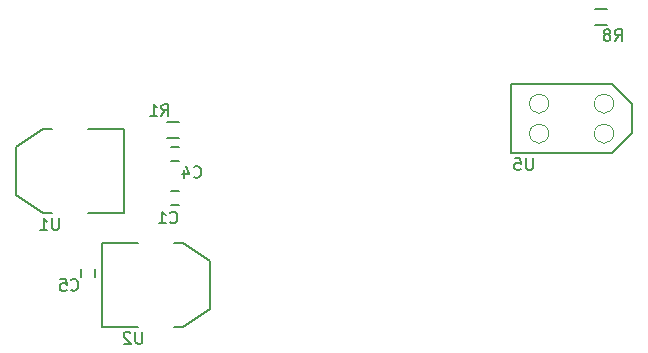
<source format=gbo>
G04 #@! TF.FileFunction,Legend,Bot*
%FSLAX46Y46*%
G04 Gerber Fmt 4.6, Leading zero omitted, Abs format (unit mm)*
G04 Created by KiCad (PCBNEW 4.0.2-stable) date 19-2-2017 13:23:34*
%MOMM*%
G01*
G04 APERTURE LIST*
%ADD10C,0.100000*%
%ADD11C,0.150000*%
G04 APERTURE END LIST*
D10*
D11*
X17264360Y16707840D02*
X17964360Y16707840D01*
X17964360Y17907840D02*
X17264360Y17907840D01*
X17264360Y20397840D02*
X17964360Y20397840D01*
X17964360Y21597840D02*
X17264360Y21597840D01*
X10896600Y10580000D02*
X10896600Y11280000D01*
X9696600Y11280000D02*
X9696600Y10580000D01*
X17964360Y23722840D02*
X16964360Y23722840D01*
X16964360Y22372840D02*
X17964360Y22372840D01*
X53192500Y31946600D02*
X54192500Y31946600D01*
X54192500Y33296600D02*
X53192500Y33296600D01*
X10298360Y23093840D02*
X13346360Y23093840D01*
X13346360Y23093840D02*
X13346360Y15981840D01*
X13346360Y15981840D02*
X10298360Y15981840D01*
X7250360Y23093840D02*
X6488360Y23093840D01*
X6488360Y23093840D02*
X4202360Y21569840D01*
X4202360Y21569840D02*
X4202360Y17505840D01*
X4202360Y17505840D02*
X6488360Y15981840D01*
X6488360Y15981840D02*
X7250360Y15981840D01*
X14500300Y6345300D02*
X11452300Y6345300D01*
X11452300Y6345300D02*
X11452300Y13457300D01*
X11452300Y13457300D02*
X14500300Y13457300D01*
X17548300Y6345300D02*
X18310300Y6345300D01*
X18310300Y6345300D02*
X20596300Y7869300D01*
X20596300Y7869300D02*
X20596300Y11933300D01*
X20596300Y11933300D02*
X18310300Y13457300D01*
X18310300Y13457300D02*
X17548300Y13457300D01*
X46110100Y26898300D02*
X46110100Y21098300D01*
X54610100Y21098300D02*
X46110100Y21098300D01*
X54610100Y21098300D02*
X56310100Y22798300D01*
X56310100Y25198300D02*
X56310100Y22798300D01*
X54610100Y26898300D02*
X56310100Y25198300D01*
X54610100Y26898300D02*
X46110100Y26898300D01*
D10*
X54773700Y22728300D02*
G75*
G03X54773700Y22728300I-813600J0D01*
G01*
X54773700Y25268300D02*
G75*
G03X54773700Y25268300I-813600J0D01*
G01*
X49273700Y22728300D02*
G75*
G03X49273700Y22728300I-813600J0D01*
G01*
X49273700Y25268300D02*
G75*
G03X49273700Y25268300I-813600J0D01*
G01*
D11*
X17221026Y15220697D02*
X17268645Y15173078D01*
X17411502Y15125459D01*
X17506740Y15125459D01*
X17649598Y15173078D01*
X17744836Y15268316D01*
X17792455Y15363554D01*
X17840074Y15554030D01*
X17840074Y15696888D01*
X17792455Y15887364D01*
X17744836Y15982602D01*
X17649598Y16077840D01*
X17506740Y16125459D01*
X17411502Y16125459D01*
X17268645Y16077840D01*
X17221026Y16030221D01*
X16268645Y15125459D02*
X16840074Y15125459D01*
X16554360Y15125459D02*
X16554360Y16125459D01*
X16649598Y15982602D01*
X16744836Y15887364D01*
X16840074Y15839745D01*
X19226666Y19072857D02*
X19274285Y19025238D01*
X19417142Y18977619D01*
X19512380Y18977619D01*
X19655238Y19025238D01*
X19750476Y19120476D01*
X19798095Y19215714D01*
X19845714Y19406190D01*
X19845714Y19549048D01*
X19798095Y19739524D01*
X19750476Y19834762D01*
X19655238Y19930000D01*
X19512380Y19977619D01*
X19417142Y19977619D01*
X19274285Y19930000D01*
X19226666Y19882381D01*
X18369523Y19644286D02*
X18369523Y18977619D01*
X18607619Y20025238D02*
X18845714Y19310952D01*
X18226666Y19310952D01*
X8841026Y9520697D02*
X8888645Y9473078D01*
X9031502Y9425459D01*
X9126740Y9425459D01*
X9269598Y9473078D01*
X9364836Y9568316D01*
X9412455Y9663554D01*
X9460074Y9854030D01*
X9460074Y9996888D01*
X9412455Y10187364D01*
X9364836Y10282602D01*
X9269598Y10377840D01*
X9126740Y10425459D01*
X9031502Y10425459D01*
X8888645Y10377840D01*
X8841026Y10330221D01*
X7936264Y10425459D02*
X8412455Y10425459D01*
X8460074Y9949269D01*
X8412455Y9996888D01*
X8317217Y10044507D01*
X8079121Y10044507D01*
X7983883Y9996888D01*
X7936264Y9949269D01*
X7888645Y9854030D01*
X7888645Y9615935D01*
X7936264Y9520697D01*
X7983883Y9473078D01*
X8079121Y9425459D01*
X8317217Y9425459D01*
X8412455Y9473078D01*
X8460074Y9520697D01*
X16488026Y24233759D02*
X16821360Y24709950D01*
X17059455Y24233759D02*
X17059455Y25233759D01*
X16678502Y25233759D01*
X16583264Y25186140D01*
X16535645Y25138521D01*
X16488026Y25043283D01*
X16488026Y24900426D01*
X16535645Y24805188D01*
X16583264Y24757569D01*
X16678502Y24709950D01*
X17059455Y24709950D01*
X15535645Y24233759D02*
X16107074Y24233759D01*
X15821360Y24233759D02*
X15821360Y25233759D01*
X15916598Y25090902D01*
X16011836Y24995664D01*
X16107074Y24948045D01*
X54877706Y30563939D02*
X55211040Y31040130D01*
X55449135Y30563939D02*
X55449135Y31563939D01*
X55068182Y31563939D01*
X54972944Y31516320D01*
X54925325Y31468701D01*
X54877706Y31373463D01*
X54877706Y31230606D01*
X54925325Y31135368D01*
X54972944Y31087749D01*
X55068182Y31040130D01*
X55449135Y31040130D01*
X54306278Y31135368D02*
X54401516Y31182987D01*
X54449135Y31230606D01*
X54496754Y31325844D01*
X54496754Y31373463D01*
X54449135Y31468701D01*
X54401516Y31516320D01*
X54306278Y31563939D01*
X54115801Y31563939D01*
X54020563Y31516320D01*
X53972944Y31468701D01*
X53925325Y31373463D01*
X53925325Y31325844D01*
X53972944Y31230606D01*
X54020563Y31182987D01*
X54115801Y31135368D01*
X54306278Y31135368D01*
X54401516Y31087749D01*
X54449135Y31040130D01*
X54496754Y30944891D01*
X54496754Y30754415D01*
X54449135Y30659177D01*
X54401516Y30611558D01*
X54306278Y30563939D01*
X54115801Y30563939D01*
X54020563Y30611558D01*
X53972944Y30659177D01*
X53925325Y30754415D01*
X53925325Y30944891D01*
X53972944Y31040130D01*
X54020563Y31087749D01*
X54115801Y31135368D01*
X7796365Y15564259D02*
X7796365Y14754735D01*
X7748746Y14659497D01*
X7701127Y14611878D01*
X7605889Y14564259D01*
X7415412Y14564259D01*
X7320174Y14611878D01*
X7272555Y14659497D01*
X7224936Y14754735D01*
X7224936Y15564259D01*
X6224936Y14564259D02*
X6796365Y14564259D01*
X6510651Y14564259D02*
X6510651Y15564259D01*
X6605889Y15421402D01*
X6701127Y15326164D01*
X6796365Y15278545D01*
X14855805Y5940419D02*
X14855805Y5130895D01*
X14808186Y5035657D01*
X14760567Y4988038D01*
X14665329Y4940419D01*
X14474852Y4940419D01*
X14379614Y4988038D01*
X14331995Y5035657D01*
X14284376Y5130895D01*
X14284376Y5940419D01*
X13855805Y5845181D02*
X13808186Y5892800D01*
X13712948Y5940419D01*
X13474852Y5940419D01*
X13379614Y5892800D01*
X13331995Y5845181D01*
X13284376Y5749943D01*
X13284376Y5654705D01*
X13331995Y5511848D01*
X13903424Y4940419D01*
X13284376Y4940419D01*
X47934225Y20647019D02*
X47934225Y19837495D01*
X47886606Y19742257D01*
X47838987Y19694638D01*
X47743749Y19647019D01*
X47553272Y19647019D01*
X47458034Y19694638D01*
X47410415Y19742257D01*
X47362796Y19837495D01*
X47362796Y20647019D01*
X46410415Y20647019D02*
X46886606Y20647019D01*
X46934225Y20170829D01*
X46886606Y20218448D01*
X46791368Y20266067D01*
X46553272Y20266067D01*
X46458034Y20218448D01*
X46410415Y20170829D01*
X46362796Y20075590D01*
X46362796Y19837495D01*
X46410415Y19742257D01*
X46458034Y19694638D01*
X46553272Y19647019D01*
X46791368Y19647019D01*
X46886606Y19694638D01*
X46934225Y19742257D01*
M02*

</source>
